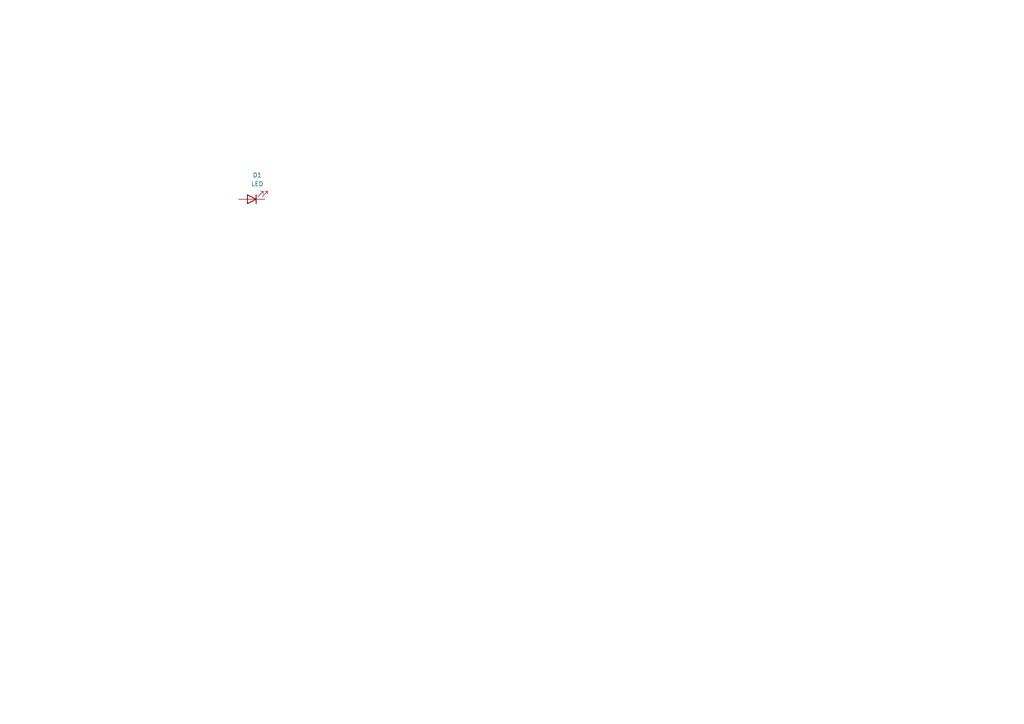
<source format=kicad_sch>
(kicad_sch (version 20230121) (generator eeschema)
  (paper "A4")
  (lib_symbols
    (symbol "Device:LED" (pin_numbers hide) (pin_names (offset 1.016) hide)
      (property "Reference" "D" (at 0 2.54 0))
      (property "Value" "LED" (at 0 -2.54 0))
      (symbol "LED_0_1"
        (polyline (pts (xy -1.27 -1.27) (xy -1.27 1.27)) (stroke (width 0.254)))
        (polyline (pts (xy -1.27 0) (xy 1.27 0)))
        (polyline (pts (xy 1.27 -1.27) (xy 1.27 1.27) (xy -1.27 0) (xy 1.27 -1.27)) (stroke (width 0.254)))
        (polyline (pts (xy -3.048 -0.762) (xy -4.572 -2.286) (xy -3.81 -2.286) (xy -4.572 -2.286) (xy -4.572 -1.524)))
        (polyline (pts (xy -1.778 -0.762) (xy -3.302 -2.286) (xy -2.54 -2.286) (xy -3.302 -2.286) (xy -3.302 -1.524)))
      )
      (symbol "LED_1_1"
        (pin passive line (at -3.81 0 0) (length 2.54) (name "K") (number "1"))
        (pin passive line (at 3.81 0 180) (length 2.54) (name "A") (number "2"))
      )
    )
  )
  (symbol (lib_id "Device:LED") (at 73.025 57.785 180) (unit 1)
    (property "Reference" "D1" (at 74.6125 50.8 0))
    (property "Value" "LED" (at 74.6125 53.34 0))
    (property "Footprint" "LED_SMD:LED_0603_1608Metric" (effects hide))
  )
)
</source>
